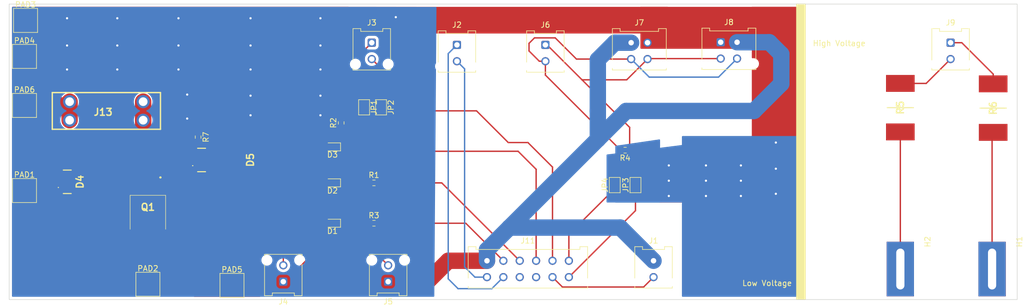
<source format=kicad_pcb>
(kicad_pcb (version 20211014) (generator pcbnew)
  (layers (0 "F.Cu" signal) (31 "B.Cu" signal) (34 "B.Paste" user) (35 "F.Paste" user) (36 "B.SilkS" user "B.Silkscreen") (37 "F.SilkS" user "F.Silkscreen") (38 "B.Mask" user) (39 "F.Mask" user) (44 "Edge.Cuts" user))
  (net 0 "")
  (net 1 "24V")
  (net 2 "Shutdown_IN")
  (net 3 "Shutdown_OUT")
  (net 4 "Shutdown_CON")
  (net 5 "Prox")
  (net 6 "Pilot")
  (net 7 "IMD_LO")
  (net 8 "AMS_LO")
  (net 9 "CAN H")
  (net 10 "CAN L")
  (net 11 "GND")
  (net 12 "Net-(D3-Pad1)")
  (net 13 "Prox_OUT")
  (net 14 "Pilot_OUT")
  (net 15 "CAN H Bridge")
  (net 16 "CAN L Bridge")
  (net 17 "AMS")
  (net 18 "IMD")
  (net 19 "Net-(J9-Pad2)")
  (net 20 "Net-(J9-Pad1)")
  (net 21 "12V_Charge")
  (net 24 "Net-(H1-Pad1)")
  (net 25 "Net-(H2-Pad1)")
  (net 26 "Fuse_M_D")
  (net 27 "D_to_M")
  (net 28 "D_to_D")
  (net 29 "Moss_D_O")
  (footprint "SamacSys_Parts:RESC11050X120N" (layer "F.Cu") (at 216.4 76.8 90)
    (fp_text reference "R5" (at 0 0 90) (layer "F.SilkS") (effects (font (size 1.27 1.27) (thickness 0.254))))
    (fp_text value "15K" hide)
    (fp_line (start 0 -2.4) (end 0 2.4) (layer "F.SilkS") (width 0.2))
    (pad "1" smd rect (at -4.45 0 90) (size 3.1 5.25) (layers "F.Cu" "F.Paste" "F.Mask") (net 25 "Net-(H2-Pad1)"))
    (pad "2" smd rect (at 4.45 0 90) (size 3.1 5.25) (layers "F.Cu" "F.Paste" "F.Mask") (net 19 "Net-(J9-Pad2)"))
  )
  (footprint "LED_SMD:LED_0603_1608Metric" (layer "F.Cu") (at 112.4 98 180)
    (fp_text reference "D1" (at 0 -1.43 180) (layer "F.SilkS"))
    (fp_text value "IMD")
    (fp_line (start 0.8 -0.735) (end -1.485 -0.735) (layer "F.SilkS") (width 0.12))
    (fp_line (start -1.485 0.735) (end 0.8 0.735) (layer "F.SilkS") (width 0.12))
    (fp_line (start -1.485 -0.735) (end -1.485 0.735) (layer "F.SilkS") (width 0.12))
    (pad "1" smd roundrect (at -0.7875 0 180) (size 0.875 0.95) (layers "F.Cu" "F.Paste" "F.Mask") (net 8 "AMS_LO"))
    (pad "2" smd roundrect (at 0.7875 0 180) (size 0.875 0.95) (layers "F.Cu" "F.Paste" "F.Mask") (net 1 "24V"))
  )
  (footprint "Connector_Molex:Molex_Micro-Fit_3.0_43045-0212_2x01_P3.00mm_Vertical" (layer "F.Cu") (at 135.2 65.285)
    (fp_text reference "J2" (at 0 -3.67) (layer "F.SilkS"))
    (fp_text value "E-Stop")
    (fp_line (start -3.435 -2.58) (end -2.015 -2.58) (layer "F.SilkS") (width 0.12))
    (fp_line (start -3.435 5.01) (end 3.435 5.01) (layer "F.SilkS") (width 0.12))
    (fp_line (start 2.015 -2.08) (end 2.015 -2.58) (layer "F.SilkS") (width 0.12))
    (fp_line (start -3.435 3.18) (end -3.435 -2.58) (layer "F.SilkS") (width 0.12))
    (fp_line (start 3.435 5.01) (end 3.435 4.7) (layer "F.SilkS") (width 0.12))
    (fp_line (start -2.015 -2.08) (end 2.015 -2.08) (layer "F.SilkS") (width 0.12))
    (fp_line (start -2.015 -2.58) (end -2.015 -2.08) (layer "F.SilkS") (width 0.12))
    (fp_line (start -3.435 4.7) (end -3.435 5.01) (layer "F.SilkS") (width 0.12))
    (fp_line (start 3.435 -2.58) (end 3.435 3.18) (layer "F.SilkS") (width 0.12))
    (fp_line (start 2.015 -2.58) (end 3.435 -2.58) (layer "F.SilkS") (width 0.12))
    (pad "" np_thru_hole circle (at -3 3.94) (size 1 1) (drill 1) (layers *.Cu *.Mask))
    (pad "" np_thru_hole circle (at 3 3.94) (size 1 1) (drill 1) (layers *.Cu *.Mask))
    (pad "1" thru_hole roundrect (at 0 0) (size 1.5 1.5) (drill 1) (layers *.Cu *.Mask) (roundrect_rratio 0.166667) (net 3 "Shutdown_OUT"))
    (pad "2" thru_hole circle (at 0 3) (size 1.5 1.5) (drill 1) (layers *.Cu *.Mask) (net 4 "Shutdown_CON"))
  )
  (footprint "Jumper:SolderJumper-2_P1.3mm_Open_Pad1.0x1.5mm" (layer "F.Cu") (at 121.3 76.735 -90)
    (fp_text reference "JP2" (at 0 -1.8 90) (layer "F.SilkS"))
    (fp_text value "Pilot Bridge")
    (fp_line (start 1.4 1) (end -1.4 1) (layer "F.SilkS") (width 0.12))
    (fp_line (start 1.4 -1) (end 1.4 1) (layer "F.SilkS") (width 0.12))
    (fp_line (start -1.4 1) (end -1.4 -1) (layer "F.SilkS") (width 0.12))
    (fp_line (start -1.4 -1) (end 1.4 -1) (layer "F.SilkS") (width 0.12))
    (pad "1" smd rect (at -0.65 0 270) (size 1 1.5) (layers "F.Cu" "F.Mask") (net 6 "Pilot"))
    (pad "2" smd rect (at 0.65 0 270) (size 1 1.5) (layers "F.Cu" "F.Mask") (net 14 "Pilot_OUT"))
  )
  (footprint "Connector_Molex:Molex_Micro-Fit_3.0_43045-0412_2x02_P3.00mm_Vertical" (layer "F.Cu") (at 167.1 64.885)
    (fp_text reference "J7" (at 1.5 -3.67) (layer "F.SilkS"))
    (fp_text value "CAN_Expansion1")
    (fp_line (start 6.435 -2.58) (end 6.435 3.18) (layer "F.SilkS") (width 0.12))
    (fp_line (start -3.435 3.18) (end -3.435 -2.58) (layer "F.SilkS") (width 0.12))
    (fp_line (start 5.015 -2.58) (end 6.435 -2.58) (layer "F.SilkS") (width 0.12))
    (fp_line (start -3.435 -2.58) (end -2.015 -2.58) (layer "F.SilkS") (width 0.12))
    (fp_line (start -3.435 5.01) (end 6.435 5.01) (layer "F.SilkS") (width 0.12))
    (fp_line (start 5.015 -2.08) (end 5.015 -2.58) (layer "F.SilkS") (width 0.12))
    (fp_line (start -2.015 -2.58) (end -2.015 -2.08) (layer "F.SilkS") (width 0.12))
    (fp_line (start 6.435 5.01) (end 6.435 4.7) (layer "F.SilkS") (width 0.12))
    (fp_line (start -3.435 4.7) (end -3.435 5.01) (layer "F.SilkS") (width 0.12))
    (fp_line (start -2.015 -2.08) (end 5.015 -2.08) (layer "F.SilkS") (width 0.12))
    (pad "" np_thru_hole circle (at -3 3.94) (size 1 1) (drill 1) (layers *.Cu *.Mask))
    (pad "" np_thru_hole circle (at 6 3.94) (size 1 1) (drill 1) (layers *.Cu *.Mask))
    (pad "1" thru_hole roundrect (at 0 0) (size 1.5 1.5) (drill 1) (layers *.Cu *.Mask) (roundrect_rratio 0.166667) (net 1 "24V"))
    (pad "2" thru_hole circle (at 3 0) (size 1.5 1.5) (drill 1) (layers *.Cu *.Mask) (net 11 "GND"))
    (pad "3" thru_hole circle (at 0 3) (size 1.5 1.5) (drill 1) (layers *.Cu *.Mask) (net 10 "CAN L"))
    (pad "4" thru_hole circle (at 3 3) (size 1.5 1.5) (drill 1) (layers *.Cu *.Mask) (net 9 "CAN H"))
  )
  (footprint "Connector_Molex:Molex_Micro-Fit_3.0_43045-0212_2x01_P3.00mm_Vertical" (layer "F.Cu") (at 103.4 108.715 180)
    (fp_text reference "J4" (at 0 -3.67) (layer "F.SilkS"))
    (fp_text value "IMD Indicator")
    (fp_line (start 2.015 -2.08) (end 2.015 -2.58) (layer "F.SilkS") (width 0.12))
    (fp_line (start -3.435 3.18) (end -3.435 -2.58) (layer "F.SilkS") (width 0.12))
    (fp_line (start -3.435 4.7) (end -3.435 5.01) (layer "F.SilkS") (width 0.12))
    (fp_line (start -3.435 5.01) (end 3.435 5.01) (layer "F.SilkS") (width 0.12))
    (fp_line (start 2.015 -2.58) (end 3.435 -2.58) (layer "F.SilkS") (width 0.12))
    (fp_line (start -2.015 -2.08) (end 2.015 -2.08) (layer "F.SilkS") (width 0.12))
    (fp_line (start -2.015 -2.58) (end -2.015 -2.08) (layer "F.SilkS") (width 0.12))
    (fp_line (start 3.435 -2.58) (end 3.435 3.18) (layer "F.SilkS") (width 0.12))
    (fp_line (start -3.435 -2.58) (end -2.015 -2.58) (layer "F.SilkS") (width 0.12))
    (fp_line (start 3.435 5.01) (end 3.435 4.7) (layer "F.SilkS") (width 0.12))
    (pad "" np_thru_hole circle (at -3 3.94 180) (size 1 1) (drill 1) (layers *.Cu *.Mask))
    (pad "" np_thru_hole circle (at 3 3.94 180) (size 1 1) (drill 1) (layers *.Cu *.Mask))
    (pad "1" thru_hole roundrect (at 0 0 180) (size 1.5 1.5) (drill 1) (layers *.Cu *.Mask) (roundrect_rratio 0.166667) (net 1 "24V"))
    (pad "2" thru_hole circle (at 0 3 180) (size 1.5 1.5) (drill 1) (layers *.Cu *.Mask) (net 7 "IMD_LO"))
  )
  (footprint "Connector_Molex:Molex_Micro-Fit_3.0_43045-0212_2x01_P3.00mm_Vertical" (layer "F.Cu") (at 171.2 104.885)
    (fp_text reference "J1" (at 0 -3.67) (layer "F.SilkS"))
    (fp_text value "HVIL")
    (fp_line (start -3.435 -2.58) (end -2.015 -2.58) (layer "F.SilkS") (width 0.12))
    (fp_line (start -3.435 4.7) (end -3.435 5.01) (layer "F.SilkS") (width 0.12))
    (fp_line (start 3.435 -2.58) (end 3.435 3.18) (layer "F.SilkS") (width 0.12))
    (fp_line (start 2.015 -2.58) (end 3.435 -2.58) (layer "F.SilkS") (width 0.12))
    (fp_line (start -2.015 -2.58) (end -2.015 -2.08) (layer "F.SilkS") (width 0.12))
    (fp_line (start -3.435 3.18) (end -3.435 -2.58) (layer "F.SilkS") (width 0.12))
    (fp_line (start 3.435 5.01) (end 3.435 4.7) (layer "F.SilkS") (width 0.12))
    (fp_line (start -3.435 5.01) (end 3.435 5.01) (layer "F.SilkS") (width 0.12))
    (fp_line (start -2.015 -2.08) (end 2.015 -2.08) (layer "F.SilkS") (width 0.12))
    (fp_line (start 2.015 -2.08) (end 2.015 -2.58) (layer "F.SilkS") (width 0.12))
    (pad "" np_thru_hole circle (at -3 3.94) (size 1 1) (drill 1) (layers *.Cu *.Mask))
    (pad "" np_thru_hole circle (at 3 3.94) (size 1 1) (drill 1) (layers *.Cu *.Mask))
    (pad "1" thru_hole roundrect (at 0 0) (size 1.5 1.5) (drill 1) (layers *.Cu *.Mask) (roundrect_rratio 0.166667) (net 1 "24V"))
    (pad "2" thru_hole circle (at 0 3) (size 1.5 1.5) (drill 1) (layers *.Cu *.Mask) (net 2 "Shutdown_IN"))
  )
  (footprint "Custom:Banana_Jack" (layer "F.Cu") (at 233.2 106.4 90)
    (fp_text reference "H1" (at 5 5 90 unlocked) (layer "F.SilkS"))
    (fp_text value "HV Rail")
    (pad "1" thru_hole rect (at 0 0 90) (size 10 5) (drill oval 7.5 1.5) (layers *.Cu *.Mask) (net 24 "Net-(H1-Pad1)"))
  )
  (footprint "LED_SMD:LED_0603_1608Metric" (layer "F.Cu") (at 112.4 84 180)
    (fp_text reference "D3" (at 0 -1.43 180) (layer "F.SilkS"))
    (fp_text value "PWR LED")
    (fp_line (start -1.485 0.735) (end 0.8 0.735) (layer "F.SilkS") (width 0.12))
    (fp_line (start 0.8 -0.735) (end -1.485 -0.735) (layer "F.SilkS") (width 0.12))
    (fp_line (start -1.485 -0.735) (end -1.485 0.735) (layer "F.SilkS") (width 0.12))
    (pad "1" smd roundrect (at -0.7875 0 180) (size 0.875 0.95) (layers "F.Cu" "F.Paste" "F.Mask") (net 12 "Net-(D3-Pad1)"))
    (pad "2" smd roundrect (at 0.7875 0 180) (size 0.875 0.95) (layers "F.Cu" "F.Paste" "F.Mask") (net 1 "24V"))
  )
  (footprint "SamacSys_Parts:BTS3035TFATMA1" (layer "F.Cu") (at 78.6 100.6 180)
    (fp_text reference "Q1" (at 0 5.55) (layer "F.SilkS") (effects (font (size 1.27 1.27) (thickness 0.254))))
    (fp_text value "Q_PMOS_SGD" hide)
    (fp_line (start 3.25 7.72) (end 3.25 1.5) (layer "F.SilkS") (width 0.1))
    (fp_line (start -3.25 1.5) (end -3.25 7.72) (layer "F.SilkS") (width 0.1))
    (fp_line (start -2.4 11) (end -2.4 11) (layer "F.SilkS") (width 0.2))
    (fp_line (start -3.25 7.72) (end 3.25 7.72) (layer "F.SilkS") (width 0.1))
    (fp_line (start -2.2 11) (end -2.2 11) (layer "F.SilkS") (width 0.2))
    (fp_arc (start -2.4 11) (mid -2.3 10.9) (end -2.2 11) (layer "F.SilkS") (width 0.2))
    (fp_arc (start -2.2 11) (mid -2.3 11.1) (end -2.4 11) (layer "F.SilkS") (width 0.2))
    (pad "1" smd rect locked (at -2.28 9.5 180) (size 1.2 2.2) (layers "F.Cu" "F.Paste" "F.Mask") (net 26 "Fuse_M_D"))
    (pad "2" smd rect locked (at 0 3.2 180) (size 5.8 6.4) (layers "F.Cu" "F.Paste" "F.Mask") (net 29 "Moss_D_O"))
    (pad "3" smd rect locked (at 2.28 9.5 180) (size 1.2 2.2) (layers "F.Cu" "F.Paste" "F.Mask") (net 27 "D_to_M"))
  )
  (footprint "SamacSys_Parts:RESC11050X120N" (layer "F.Cu") (at 233.4 76.885 90)
    (fp_text reference "R6" (at 0 0 90) (layer "F.SilkS") (effects (font (size 1.27 1.27) (thickness 0.254))))
    (fp_text value "15K" hide)
    (fp_line (start 0 -2.4) (end 0 2.4) (layer "F.SilkS") (width 0.2))
    (pad "1" smd rect (at -4.45 0 90) (size 3.1 5.25) (layers "F.Cu" "F.Paste" "F.Mask") (net 24 "Net-(H1-Pad1)"))
    (pad "2" smd rect (at 4.45 0 90) (size 3.1 5.25) (layers "F.Cu" "F.Paste" "F.Mask") (net 20 "Net-(J9-Pad1)"))
  )
  (footprint "Connector_Molex:Molex_Micro-Fit_3.0_43045-0212_2x01_P3.00mm_Vertical" (layer "F.Cu") (at 122.6 108.715 180)
    (fp_text reference "J5" (at 0 -3.67) (layer "F.SilkS"))
    (fp_text value "AMS Indicator")
    (fp_line (start -3.435 -2.58) (end -2.015 -2.58) (layer "F.SilkS") (width 0.12))
    (fp_line (start 3.435 -2.58) (end 3.435 3.18) (layer "F.SilkS") (width 0.12))
    (fp_line (start -3.435 4.7) (end -3.435 5.01) (layer "F.SilkS") (width 0.12))
    (fp_line (start 2.015 -2.58) (end 3.435 -2.58) (layer "F.SilkS") (width 0.12))
    (fp_line (start 2.015 -2.08) (end 2.015 -2.58) (layer "F.SilkS") (width 0.12))
    (fp_line (start -3.435 5.01) (end 3.435 5.01) (layer "F.SilkS") (width 0.12))
    (fp_line (start -2.015 -2.58) (end -2.015 -2.08) (layer "F.SilkS") (width 0.12))
    (fp_line (start -2.015 -2.08) (end 2.015 -2.08) (layer "F.SilkS") (width 0.12))
    (fp_line (start -3.435 3.18) (end -3.435 -2.58) (layer "F.SilkS") (width 0.12))
    (fp_line (start 3.435 5.01) (end 3.435 4.7) (layer "F.SilkS") (width 0.12))
    (pad "" np_thru_hole circle (at 3 3.94 180) (size 1 1) (drill 1) (layers *.Cu *.Mask))
    (pad "" np_thru_hole circle (at -3 3.94 180) (size 1 1) (drill 1) (layers *.Cu *.Mask))
    (pad "1" thru_hole roundrect (at 0 0 180) (size 1.5 1.5) (drill 1) (layers *.Cu *.Mask) (roundrect_rratio 0.166667) (net 1 "24V"))
    (pad "2" thru_hole circle (at 0 3 180) (size 1.5 1.5) (drill 1) (layers *.Cu *.Mask) (net 8 "AMS_LO"))
  )
  (footprint "TestPoint:TestPoint_Pad_4.0x4.0mm" (layer "F.Cu") (at 56.2 60.8)
    (fp_text reference "PAD3" (at 0 -2.898) (layer "F.SilkS"))
    (fp_text value "GND")
    (fp_line (start -2.2 -2.2) (end 2.2 -2.2) (layer "F.SilkS") (width 0.12))
    (fp_line (start -2.2 2.2) (end -2.2 -2.2) (layer "F.SilkS") (width 0.12))
    (fp_line (start 2.2 2.2) (end -2.2 2.2) (layer "F.SilkS") (width 0.12))
    (fp_line (start 2.2 -2.2) (end 2.2 2.2) (layer "F.SilkS") (width 0.12))
    (pad "1" smd rect (at 0 0) (size 4 4) (layers "F.Cu" "F.Mask") (net 11 "GND"))
  )
  (footprint "Resistor_SMD:R_0603_1608Metric" (layer "F.Cu") (at 120 98)
    (fp_text reference "R3" (at 0 -1.43) (layer "F.SilkS"))
    (fp_text value "IMD")
    (fp_line (start -0.237258 0.5225) (end 0.237258 0.5225) (layer "F.SilkS") (width 0.12))
    (fp_line (start -0.237258 -0.5225) (end 0.237258 -0.5225) (layer "F.SilkS") (width 0.12))
    (pad "1" smd roundrect (at -0.825 0) (size 0.8 0.95) (layers "F.Cu" "F.Paste" "F.Mask") (net 8 "AMS_LO"))
    (pad "2" smd roundrect (at 0.825 0) (size 0.8 0.95) (layers "F.Cu" "F.Paste" "F.Mask") (net 18 "IMD"))
  )
  (footprint "Custom:Banana_Jack" (layer "F.Cu") (at 216.4 106.4 90)
    (fp_text reference "H2" (at 5 5 90 unlocked) (layer "F.SilkS"))
    (fp_text value "Ground")
    (pad "1" thru_hole rect (at 0 0 90) (size 10 5) (drill oval 7.5 1.5) (layers *.Cu *.Mask) (net 25 "Net-(H2-Pad1)"))
  )
  (footprint "Connector_Molex:Molex_Micro-Fit_3.0_43045-0412_2x02_P3.00mm_Vertical" (layer "F.Cu") (at 183.5 64.8)
    (fp_text reference "J8" (at 1.5 -3.67) (layer "F.SilkS"))
    (fp_text value "CAN_Expansion2")
    (fp_line (start -3.435 5.01) (end 6.435 5.01) (layer "F.SilkS") (width 0.12))
    (fp_line (start -2.015 -2.08) (end 5.015 -2.08) (layer "F.SilkS") (width 0.12))
    (fp_line (start 6.435 -2.58) (end 6.435 3.18) (layer "F.SilkS") (width 0.12))
    (fp_line (start -2.015 -2.58) (end -2.015 -2.08) (layer "F.SilkS") (width 0.12))
    (fp_line (start -3.435 3.18) (end -3.435 -2.58) (layer "F.SilkS") (width 0.12))
    (fp_line (start -3.435 -2.58) (end -2.015 -2.58) (layer "F.SilkS") (width 0.12))
    (fp_line (start -3.435 4.7) (end -3.435 5.01) (layer "F.SilkS") (width 0.12))
    (fp_line (start 5.015 -2.08) (end 5.015 -2.58) (layer "F.SilkS") (width 0.12))
    (fp_line (start 5.015 -2.58) (end 6.435 -2.58) (layer "F.SilkS") (width 0.12))
    (fp_line (start 6.435 5.01) (end 6.435 4.7) (layer "F.SilkS") (width 0.12))
    (pad "" np_thru_hole circle (at 6 3.94) (size 1 1) (drill 1) (layers *.Cu *.Mask))
    (pad "" np_thru_hole circle (at -3 3.94) (size 1 1) (drill 1) (layers *.Cu *.Mask))
    (pad "1" thru_hole roundrect (at 0 0) (size 1.5 1.5) (drill 1) (layers *.Cu *.Mask) (roundrect_rratio 0.166667) (net 11 "GND"))
    (pad "2" thru_hole circle (at 3 0) (size 1.5 1.5) (drill 1) (layers *.Cu *.Mask) (net 1 "24V"))
    (pad "3" thru_hole circle (at 0 3) (size 1.5 1.5) (drill 1) (layers *.Cu *.Mask) (net 9 "CAN H"))
    (pad "4" thru_hole circle (at 3 3) (size 1.5 1.5) (drill 1) (layers *.Cu *.Mask) (net 10 "CAN L"))
  )
  (footprint "TestPoint:TestPoint_Pad_4.0x4.0mm" (layer "F.Cu") (at 78.6 109.2)
    (fp_text reference "PAD2" (at 0 -2.898) (layer "F.SilkS"))
    (fp_text value "12V_IN")
    (fp_line (start -2.2 -2.2) (end 2.2 -2.2) (layer "F.SilkS") (width 0.12))
    (fp_line (start 2.2 -2.2) (end 2.2 2.2) (layer "F.SilkS") (width 0.12))
    (fp_line (start 2.2 2.2) (end -2.2 2.2) (layer "F.SilkS") (width 0.12))
    (fp_line (start -2.2 2.2) (end -2.2 -2.2) (layer "F.SilkS") (width 0.12))
    (pad "1" smd rect (at 0 0) (size 4 4) (layers "F.Cu" "F.Mask") (net 29 "Moss_D_O"))
  )
  (footprint "SamacSys_Parts:RBQ10RSM10BTL1" (layer "F.Cu") (at 90.76 86.4 -90)
    (fp_text reference "D5" (at 0 -6.6 90) (layer "F.SilkS") (effects (font (size 1.27 1.27) (thickness 0.254))))
    (fp_text value "D_Schottky" hide)
    (fp_line (start 1.04 4) (end 1.04 4) (layer "F.SilkS") (width 0.1))
    (fp_line (start 1.04 3.9) (end 1.04 3.9) (layer "F.SilkS") (width 0.1))
    (fp_line (start -2.15 1.6) (end -2.15 3.05) (layer "F.SilkS") (width 0.2))
    (fp_line (start 2.15 1.6) (end 2.15 3.05) (layer "F.SilkS") (width 0.2))
    (fp_arc (start 1.04 4) (mid 0.99 3.95) (end 1.04 3.9) (layer "F.SilkS") (width 0.1))
    (fp_arc (start 1.04 3.9) (mid 1.09 3.95) (end 1.04 4) (layer "F.SilkS") (width 0.1))
    (pad "1" smd rect (at 1.04 2.765) (size 1.27 1.4) (layers "F.Cu" "F.Paste" "F.Mask") (net 26 "Fuse_M_D"))
    (pad "2" smd rect (at -1.04 2.765) (size 1.27 1.4) (layers "F.Cu" "F.Paste" "F.Mask") (net 26 "Fuse_M_D"))
    (pad "3" smd rect (at 0 -1.04) (size 4.72 4.8) (layers "F.Cu" "F.Paste" "F.Mask") (net 29 "Moss_D_O"))
  )
  (footprint "Connector_Molex:Molex_Micro-Fit_3.0_43045-0212_2x01_P3.00mm_Vertical" (layer "F.Cu") (at 225.6 64.885)
    (fp_text reference "J9" (at 0 -3.67) (layer "F.SilkS"))
    (fp_text value "DC Input")
    (fp_line (start 2.015 -2.58) (end 3.435 -2.58) (layer "F.SilkS") (width 0.12))
    (fp_line (start 3.435 -2.58) (end 3.435 3.18) (layer "F.SilkS") (width 0.12))
    (fp_line (start -3.435 4.7) (end -3.435 5.01) (layer "F.SilkS") (width 0.12))
    (fp_line (start -2.015 -2.58) (end -2.015 -2.08) (layer "F.SilkS") (width 0.12))
    (fp_line (start 3.435 5.01) (end 3.435 4.7) (layer "F.SilkS") (width 0.12))
    (fp_line (start -3.435 -2.58) (end -2.015 -2.58) (layer "F.SilkS") (width 0.12))
    (fp_line (start 2.015 -2.08) (end 2.015 -2.58) (layer "F.SilkS") (width 0.12))
    (fp_line (start -3.435 5.01) (end 3.435 5.01) (layer "F.SilkS") (width 0.12))
    (fp_line (start -2.015 -2.08) (end 2.015 -2.08) (layer "F.SilkS") (width 0.12))
    (fp_line (start -3.435 3.18) (end -3.435 -2.58) (layer "F.SilkS") (width 0.12))
    (pad "" np_thru_hole circle (at -3 3.94) (size 1 1) (drill 1) (layers *.Cu *.Mask))
    (pad "" np_thru_hole circle (at 3 3.94) (size 1 1) (drill 1) (layers *.Cu *.Mask))
    (pad "1" thru_hole roundrect (at 0 0) (size 1.5 1.5) (drill 1) (layers *.Cu *.Mask) (roundrect_rratio 0.166667) (net 20 "Net-(J9-Pad1)"))
    (pad "2" thru_hole circle (at 0 3) (size 1.5 1.5) (drill 1) (layers *.Cu *.Mask) (net 19 "Net-(J9-Pad2)"))
  )
  (footprint "Resistor_SMD:R_0603_1608Metric" (layer "F.Cu") (at 120 90.6)
    (fp_text reference "R1" (at 0 -1.43) (layer "F.SilkS"))
    (fp_text value "AMS")
    (fp_line (start -0.237258 -0.5225) (end 0.237258 -0.5225) (layer "F.SilkS") (width 0.12))
    (fp_line (start -0.237258 0.5225) (end 0.237258 0.5225) (layer "F.SilkS") (width 0.12))
    (pad "1" smd roundrect (at -0.825 0) (size 0.8 0.95) (layers "F.Cu" "F.Paste" "F.Mask") (net 7 "IMD_LO"))
    (pad "2" smd roundrect (at 0.825 0) (size 0.8 0.95) (layers "F.Cu" "F.Paste" "F.Mask") (net 17 "AMS"))
  )
  (footprint "Resistor_SMD:R_0603_1608Metric" (layer "F.Cu") (at 87.8 82.2 -90)
    (fp_text reference "R7" (at 0 -1.43 90) (layer "F.SilkS"))
    (fp_text value "100k")
    (fp_line (start -0.237258 -0.5225) (end 0.237258 -0.5225) (layer "F.SilkS") (width 0.12))
    (fp_line (start -0.237258 0.5225) (end 0.237258 0.5225) (layer "F.SilkS") (width 0.12))
    (pad "1" smd roundrect (at -0.825 0 270) (size 0.8 0.95) (layers "F.Cu" "F.Paste" "F.Mask") (net 11 "GND"))
    (pad "2" smd roundrect (at 0.825 0 270) (size 0.8 0.95) (layers "F.Cu" "F.Paste" "F.Mask") (net 26 "Fuse_M_D"))
  )
  (footprint "TestPoint:TestPoint_Pad_4.0x4.0mm" (layer "F.Cu") (at 56 92)
    (fp_text reference "PAD1" (at 0 -2.898) (layer "F.SilkS"))
    (fp_text value "12V_Dakota")
    (fp_line (start 2.2 -2.2) (end 2.2 2.2) (layer "F.SilkS") (width 0.12))
    (fp_line (start -2.2 2.2) (end -2.2 -2.2) (layer "F.SilkS") (width 0.12))
    (fp_line (start -2.2 -2.2) (end 2.2 -2.2) (layer "F.SilkS") (width 0.12))
    (fp_line (start 2.2 2.2) (end -2.2 2.2) (layer "F.SilkS") (width 0.12))
    (pad "1" smd rect (at 0 0) (size 4 4) (layers "F.Cu" "F.Mask") (net 28 "D_to_D"))
  )
  (footprint "Jumper:SolderJumper-2_P1.3mm_Open_Pad1.0x1.5mm" (layer "F.Cu") (at 164.1 91 90)
    (fp_text reference "JP4" (at 0 -1.8 90) (layer "F.SilkS"))
    (fp_text value "CANL Bridge")
    (fp_line (start -1.4 -1) (end 1.4 -1) (layer "F.SilkS") (width 0.12))
    (fp_line (start 1.4 -1) (end 1.4 1) (layer "F.SilkS") (width 0.12))
    (fp_line (start -1.4 1) (end -1.4 -1) (layer "F.SilkS") (width 0.12))
    (fp_line (start 1.4 1) (end -1.4 1) (layer "F.SilkS") (width 0.12))
    (pad "1" smd rect (at -0.65 0 90) (size 1 1.5) (layers "F.Cu" "F.Mask") (net 16 "CAN L Bridge"))
    (pad "2" smd rect (at 0.65 0 90) (size 1 1.5) (layers "F.Cu" "F.Mask") (net 10 "CAN L"))
  )
  (footprint "TestPoint:TestPoint_Pad_4.0x4.0mm" (layer "F.Cu") (at 56 76.4)
    (fp_text reference "PAD6" (at 0 -2.898) (layer "F.SilkS"))
    (fp_text value "12V_Charge")
    (fp_line (start 2.2 -2.2) (end 2.2 2.2) (layer "F.SilkS") (width 0.12))
    (fp_line (start -2.2 2.2) (end -2.2 -2.2) (layer "F.SilkS") (width 0.12))
    (fp_line (start -2.2 -2.2) (end 2.2 -2.2) (layer "F.SilkS") (width 0.12))
    (fp_line (start 2.2 2.2) (end -2.2 2.2) (layer "F.SilkS") (width 0.12))
    (pad "1" smd rect (at 0 0) (size 4 4) (layers "F.Cu" "F.Mask") (net 21 "12V_Charge"))
  )
  (footprint "TestPoint:TestPoint_Pad_4.0x4.0mm" (layer "F.Cu") (at 56 67.4)
    (fp_text reference "PAD4" (at 0 -2.898) (layer "F.SilkS"))
    (fp_text value "GND")
    (fp_line (start 2.2 -2.2) (end 2.2 2.2) (layer "F.SilkS") (width 0.12))
    (fp_line (start -2.2 -2.2) (end 2.2 -2.2) (layer "F.SilkS") (width 0.12))
    (fp_line (start -2.2 2.2) (end -2.2 -2.2) (layer "F.SilkS") (width 0.12))
    (fp_line (start 2.2 2.2) (end -2.2 2.2) (layer "F.SilkS") (width 0.12))
    (pad "1" smd rect (at 0 0) (size 4 4) (layers "F.Cu" "F.Mask") (net 11 "GND"))
  )
  (footprint "Resistor_SMD:R_0603_1608Metric" (layer "F.Cu") (at 166 84.6 180)
    (fp_text reference "R4" (at 0 -1.43 180) (layer "F.SilkS"))
    (fp_text value "120")
    (fp_line (start -0.237258 -0.5225) (end 0.237258 -0.5225) (layer "F.SilkS") (width 0.12))
    (fp_line (start -0.237258 0.5225) (end 0.237258 0.5225) (layer "F.SilkS") (width 0.12))
    (pad "1" smd roundrect (at -0.825 0 180) (size 0.8 0.95) (layers "F.Cu" "F.Paste" "F.Mask") (net 9 "CAN H"))
    (pad "2" smd roundrect (at 0.825 0 180) (size 0.8 0.95) (layers "F.Cu" "F.Paste" "F.Mask") (net 10 "CAN L"))
  )
  (footprint "Jumper:SolderJumper-2_P1.3mm_Open_Pad1.0x1.5mm" (layer "F.Cu") (at 118.2 76.735 -90)
    (fp_text reference "JP1" (at 0 -1.8 90) (layer "F.SilkS"))
    (fp_text value "Prox Bridge")
    (fp_line (start 1.4 -1) (end 1.4 1) (layer "F.SilkS") (width 0.12))
    (fp_line (start -1.4 -1) (end 1.4 -1) (layer "F.SilkS") (width 0.12))
    (fp_line (start 1.4 1) (end -1.4 1) (layer "F.SilkS") (width 0.12))
    (fp_line (start -1.4 1) (end -1.4 -1) (layer "F.SilkS") (width 0.12))
    (pad "1" smd rect (at -0.65 0 270) (size 1 1.5) (layers "F.Cu" "F.Mask") (net 5 "Prox"))
    (pad "2" smd rect (at 0.65 0 270) (size 1 1.5) (layers "F.Cu" "F.Mask") (net 13 "Prox_OUT"))
  )
  (footprint "TestPoint:TestPoint_Pad_4.0x4.0mm" (layer "F.Cu") (at 94 109.4)
    (fp_text reference "PAD5" (at 0 -2.898) (layer "F.SilkS"))
    (fp_text value "24V_OUT")
    (fp_line (start -2.2 -2.2) (end 2.2 -2.2) (layer "F.SilkS") (width 0.12))
    (fp_line (start -2.2 2.2) (end -2.2 -2.2) (layer "F.SilkS") (width 0.12))
    (fp_line (start 2.2 2.2) (end -2.2 2.2) (layer "F.SilkS") (width 0.12))
    (fp_line (start 2.2 -2.2) (end 2.2 2.2) (layer "F.SilkS") (width 0.12))
    (pad "1" smd rect (at 0 0) (size 4 4) (layers "F.Cu" "F.Mask") (net 1 "24V"))
  )
  (footprint "Connector_Molex:Molex_Micro-Fit_3.0_43045-0212_2x01_P3.00mm_Vertical" (layer "F.Cu") (at 119.6 64.885)
    (fp_text reference "J3" (at 0 -3.67) (layer "F.SilkS"))
    (fp_text value "PP Connector")
    (fp_line (start -2.015 -2.58) (end -2.015 -2.08) (layer "F.SilkS") (width 0.12))
    (fp_line (start -3.435 -2.58) (end -2.015 -2.58) (layer "F.SilkS") (width 0.12))
    (fp_line (start -3.435 3.18) (end -3.435 -2.58) (layer "F.SilkS") (width 0.12))
    (fp_line (start 3.435 -2.58) (end 3.435 3.18) (layer "F.SilkS") (width 0.12))
    (fp_line (start -3.435 5.01) (end 3.435 5.01) (layer "F.SilkS") (width 0.12))
    (fp_line (start 2.015 -2.58) (end 3.435 -2.58) (layer "F.SilkS") (width 0.12))
    (fp_line (start 2.015 -2.08) (end 2.015 -2.58) (layer "F.SilkS") (width 0.12))
    (fp_line (start 3.435 5.01) (end 3.435 4.7) (layer "F.SilkS") (width 0.12))
    (fp_line (start -2.015 -2.08) (end 2.015 -2.08) (layer "F.SilkS") (width 0.12))
    (fp_line (start -3.435 4.7) (end -3.435 5.01) (layer "F.SilkS") (width 0.12))
    (pad "" np_thru_hole circle (at 3 3.94) (size 1 1) (drill 1) (layers *.Cu *.Mask))
    (pad "" np_thru_hole circle (at -3 3.94) (size 1 1) (drill 1) (layers *.Cu *.Mask))
    (pad "1" thru_hole roundrect (at 0 0) (size 1.5 1.5) (drill 1) (layers *.Cu *.Mask) (roundrect_rratio 0.166667) (net 5 "Prox"))
    (pad "2" thru_hole circle (at 0 3) (size 1.5 1.5) (drill 1) (layers *.Cu *.Mask) (net 6 "Pilot"))
  )
  (footprint "LED_SMD:LED_0603_1608Metric" (layer "F.Cu") (at 112.4 90.6 180)
    (fp_text reference "D2" (at 0 -1.43 180) (layer "F.SilkS"))
    (fp_text value "AMS")
    (fp_line (start -1.485 0.735) (end 0.8 0.735) (layer "F.SilkS") (width 0.12))
    (fp_line (start -1.485 -0.735) (end -1.485 0.735) (layer "F.SilkS") (width 0.12))
    (fp_line (start 0.8 -0.735) (end -1.485 -0.735) (layer "F.SilkS") (width 0.12))
    (pad "1" smd roundrect (at -0.7875 0 180) (size 0.875 0.95) (layers "F.Cu" "F.Paste" "F.Mask") (net 7 "IMD_LO"))
    (pad "2" smd roundrect (at 0.7875 0 180) (size 0.875 0.95) (layers "F.Cu" "F.Paste" "F.Mask") (net 1 "24V"))
  )
  (footprint "Connector_Molex:Molex_Micro-Fit_3.0_43045-1212_2x06_P3.00mm_Vertical" (layer "F.Cu") (at 140.7 104.885)
    (fp_text reference "J11" (at 7.5 -3.67) (layer "F.SilkS"))
    (fp_text value "Conn_02x06_Top_Bottom")
    (fp_line (start -2.015 -2.08) (end 17.015 -2.08) (layer "F.SilkS") (width 0.12))
    (fp_line (start -3.435 5.01) (end 18.435 5.01) (layer "F.SilkS") (width 0.12))
    (fp_line (start 17.015 -2.08) (end 17.015 -2.58) (layer "F.SilkS") (width 0.12))
    (fp_line (start -3.435 4.7) (end -3.435 5.01) (layer "F.SilkS") (width 0.12))
    (fp_line (start -2.015 -2.58) (end -2.015 -2.08) (layer "F.SilkS") (width 0.12))
    (fp_line (start 18.435 -2.58) (end 18.435 3.18) (layer "F.SilkS") (width 0.12))
    (fp_line (start -3.435 3.18) (end -3.435 -2.58) (layer "F.SilkS") (width 0.12))
    (fp_line (start 17.015 -2.58) (end 18.435 -2.58) (layer "F.SilkS") (width 0.12))
    (fp_line (start -3.435 -2.58) (end -2.015 -2.58) (layer "F.SilkS") (width 0.12))
    (fp_line (start 18.435 5.01) (end 18.435 4.7) (layer "F.SilkS") (width 0.12))
    (pad "" np_thru_hole circle (at -3 3.94) (size 1 1) (drill 1) (layers *.Cu *.Mask))
    (pad "" np_thru_hole circle (at 18 3.94) (size 1 1) (drill 1) (layers *.Cu *.Mask))
    (pad "1" thru_hole roundrect (at 0 0) (size 1.5 1.5) (drill 1) (layers *.Cu *.Mask) (roundrect_rratio 0.166667) (net 1 "24V"))
    (pad "2" thru_hole circle (at 3 0) (size 1.5 1.5) (drill 1) (layers *.Cu *.Mask) (net 18 "IMD"))
    (pad "3" thru_hole circle (at 6 0) (size 1.5 1.5) (drill 1) (layers *.Cu *.Mask) (net 17 "AMS"))
    (pad "4" thru_hole circle (at 9 0) (size 1.5 1.5) (drill 1) (layers *.Cu *.Mask) (net 13 "Prox_OUT"))
    (pad "5" thru_hole circle (at 12 0) (size 1.5 1.5) (drill 1) (layers *.Cu *.Mask) (net 14 "Pilot_OUT"))
    (pad "6" thru_hole circle (at 15 0) (size 1.5 1.5) (drill 1) (layers *.Cu *.Mask) (net 16 "CAN L Bridge"))
    (pad "7" thru_hole circle (at 0 3) (size 1.5 1.5) (drill 1) (layers *.Cu *.Mask) (net 4 "Shutdown_CON"))
    (pad "8" thru_hole circle (at 3 3) (size 1.5 1.5) (drill 1) (layers *.Cu *.Mask) (net 3 "Shutdown_OUT"))
    (pad "9" thru_hole circle (at 6 3) (size 1.5 1.5) (drill 1) (layers *.Cu *.Mask))
    (pad "10" thru_hole circle (at 9 3) (size 1.5 1.5) (drill 1) (layers *.Cu *.Mask))
    (pad "11" thru_hole circle (at 12 3) (size 1.5 1.5) (drill 1) (layers *.Cu *.Mask) (net 2 "Shutdown_IN"))
    (pad "12" thru_hole circle (at 15 3) (size 1.5 1.5) (drill 1) (layers *.Cu *.Mask) (net 15 "CAN H Bridge"))
  )
  (footprint "Connector_Molex:Molex_Micro-Fit_3.0_43045-0212_2x01_P3.00mm_Vertical" (layer "F.Cu") (at 151.4 65.285)
    (fp_text reference "J6" (at 0 -3.67) (layer "F.SilkS"))
    (fp_text value "CAN")
    (fp_line (start -3.435 -2.58) (end -2.015 -2.58) (layer "F.SilkS") (width 0.12))
    (fp_line (start 3.435 -2.58) (end 3.435 3.18) (layer "F.SilkS") (width 0.12))
    (fp_line (start 2.015 -2.58) (end 3.435 -2.58) (layer "F.SilkS") (width 0.12))
    (fp_line (start -3.435 4.7) (end -3.435 5.01) (layer "F.SilkS") (width 0.12))
    (fp_line (start 2.015 -2.08) (end 2.015 -2.58) (layer "F.SilkS") (width 0.12))
    (fp_line (start -2.015 -2.08) (end 2.015 -2.08) (layer "F.SilkS") (width 0.12))
    (fp_line (start -3.435 5.01) (end 3.435 5.01) (layer "F.SilkS") (width 0.12))
    (fp_line (start -3.435 3.18) (end -3.435 -2.58) (layer "F.SilkS") (width 0.12))
    (fp_line (start 3.435 5.01) (end 3.435 4.7) (layer "F.SilkS") (width 0.12))
    (fp_line (start -2.015 -2.58) (end -2.015 -2.08) (layer "F.SilkS") (width 0.12))
    (pad "" np_thru_hole circle (at -3 3.94) (size 1 1) (drill 1) (layers *.Cu *.Mask))
    (pad "" np_thru_hole circle (at 3 3.94) (size 1 1) (drill 1) (layers *.Cu *.Mask))
    (pad "1" thru_hole roundrect (at 0 0) (size 1.5 1.5) (drill 1) (layers *.Cu *.Mask) (roundrect_rratio 0.166667) (net 9 "CAN H"))
    (pad "2" thru_hole circle (at 0 3) (size 1.5 1.5) (drill 1) (layers *.Cu *.Mask) (net 10 "CAN L"))
  )
  (footprint "SamacSys_Parts:RBQ10RSM10BTL1" (layer "F.Cu") (at 66.16 90.4 -90)
    (fp_text reference "D4" (at 0 0.001 90) (layer "F.SilkS") (effects (font (size 1.27 1.27) (thickness 0.254))))
    (fp_text value "D_Schottky" hide)
    (fp_line (start 1.04 3.9) (end 1.04 3.9) (layer "F.SilkS") (width 0.1))
    (fp_line (start -2.15 1.6) (end -2.15 3.05) (layer "F.SilkS") (width 0.2))
    (fp_line (start 1.04 4) (end 1.04 4) (layer "F.SilkS") (width 0.1))
    (fp_line (start 2.15 1.6) (end 2.15 3.05) (layer "F.SilkS") (width 0.2))
    (fp_arc (start 1.04 3.9) (mid 1.09 3.95) (end 1.04 4) (layer "F.SilkS") (width 0.1))
    (fp_arc (start 1.04 4) (mid 0.99 3.95) (end 1.04 3.9) (layer "F.SilkS") (width 0.1))
    (pad "1" smd rect (at 1.04 2.765) (size 1.27 1.4) (layers "F.Cu" "F.Paste" "F.Mask") (net 28 "D_to_D"))
    (pad "2" smd rect (at -1.04 2.765) (size 1.27 1.4) (layers "F.Cu" "F.Paste" "F.Mask") (net 28 "D_to_D"))
    (pad "3" smd rect (at 0 -1.04) (size 4.72 4.8) (layers "F.Cu" "F.Paste" "F.Mask") (net 27 "D_to_M"))
  )
  (footprint "Resistor_SMD:R_0603_1608Metric" (layer "F.Cu") (at 114 79.6 90)
    (fp_text reference "R2" (at 0 -1.43 90) (layer "F.SilkS"))
    (fp_text value "PWR")
    (fp_line (start -0.237258 -0.5225) (end 0.237258 -0.5225) (layer "F.SilkS") (width 0.12))
    (fp_line (start -0.237258 0.5225) (end 0.237258 0.5225) (layer "F.SilkS") (width 0.12))
    (pad "1" smd roundrect (at -0.825 0 90) (size 0.8 0.95) (layers "F.Cu" "F.Paste" "F.Mask") (net 12 "Net-(D3-Pad1)"))
    (pad "2" smd roundrect (at 0.825 0 90) (size 0.8 0.95) (layers "F.Cu" "F.Paste" "F.Mask") (net 11 "GND"))
  )
  (footprint "SamacSys_Parts:3557-2" (layer "F.Cu") (at 71 77.4)
    (fp_text reference "J13" (at -0.597 0.218) (layer "F.SilkS") (effects (font (size 1.27 1.27) (thickness 0.254))))
    (fp_text value "3557-2" hide)
    (fp_line (start 9.905 -3.365) (end -9.905 -3.365) (layer "F.SilkS") (width 0.254))
    (fp_line (start -9.905 3.365) (end 9.905 3.365) (layer "F.SilkS") (width 0.254))
    (fp_line (start 9.905 3.365) (end 9.905 -3.365) (layer "F.SilkS") (width 0.254))
    (fp_line (start -9.905 -3.365) (end -9.905 3.365) (layer "F.SilkS") (width 0.254))
    (pad "1" thru_hole circle locked (at -6.735 -1.7) (size 2.4 2.4) (drill 1.6) (layers *.Cu *.Mask) (net 21 "12V_Charge"))
    (pad "2" thru_hole circle locked (at 6.735 -1.7) (size 2.4 2.4) (drill 1.6) (layers *.Cu *.Mask) (net 26 "Fuse_M_D"))
    (pad "3" thru_hole circle locked (at -6.735 1.7) (size 2.4 2.4) (drill 1.6) (layers *.Cu *.Mask) (net 21 "12V_Charge"))
    (pad "4" thru_hole circle locked (at 6.735 1.7) (size 2.4 2.4) (drill 1.6) (layers *.Cu *.Mask) (net 26 "Fuse_M_D"))
  )
  (footprint "Jumper:SolderJumper-2_P1.3mm_Open_Pad1.0x1.5mm" (layer "F.Cu") (at 167.895 91 90)
    (fp_text reference "JP3" (at 0 -1.8 90) (layer "F.SilkS"))
    (fp_text value "CANH Bridge")
    (fp_line (start 1.4 1) (end -1.4 1) (layer "F.SilkS") (width 0.12))
    (fp_line (start -1.4 -1) (end 1.4 -1) (layer "F.SilkS") (width 0.12))
    (fp_line (start -1.4 1) (end -1.4 -1) (layer "F.SilkS") (width 0.12))
    (fp_line (start 1.4 -1) (end 1.4 1) (layer "F.SilkS") (width 0.12))
    (pad "1" smd rect (at -0.65 0 90) (size 1 1.5) (layers "F.Cu" "F.Mask") (net 15 "CAN H Bridge"))
    (pad "2" smd rect (at 0.65 0 90) (size 1 1.5) (layers "F.Cu" "F.Mask") (net 9 "CAN H"))
  )
  (gr_rect (start 197.4 57.8) (end 199 112) (layer "F.SilkS") (width 0.15) (fill solid))
  (gr_rect (start 53.2 57.8) (end 237.8 112) (layer "Edge.Cuts") (width 0.1) (fill none))
  (gr_text "Low Voltage" (at 192 109) (layer "F.SilkS") (effects (font (size 1 1))))
  (gr_text "High Voltage" (at 205.2 65) (layer "F.SilkS") (effects (font (size 1 1))))
  (segment (start 103.697439 108.715) (end 103.4 108.715) (width 0.25) (layer "F.Cu") (net 1))
  (segment (start 108.4 90.6) (end 111.6125 90.6) (width 0.25) (layer "F.Cu") (net 1))
  (segment (start 122.6 108.715) (end 103.4 108.715) (width 3) (layer "F.Cu") (net 1))
  (segment (start 111.6125 100.799939) (end 103.697439 108.715) (width 0.25) (layer "F.Cu") (net 1))
  (segment (start 103.315 108.8) (end 103.4 108.715) (width 3) (layer "F.Cu") (net 1))
  (segment (start 122.6 108.715) (end 129.785 108.715) (width 3) (layer "F.Cu") (net 1))
  (segment (start 94 109.4) (end 94.6 108.8) (width 3) (layer "F.Cu") (net 1))
  (segment (start 94 109.4) (end 94 105) (width 0.25) (layer "F.Cu") (net 1))
  (segment (start 111.6125 90.6) (end 111.6125 84) (width 0.25) (layer "F.Cu") (net 1))
  (segment (start 94.6 108.8) (end 103.315 108.8) (width 3) (layer "F.Cu") (net 1))
  (segment (start 94 109.4) (end 95.315 108.085) (width 0.25) (layer "F.Cu") (net 1))
  (segment (start 94 105) (end 108.4 90.6) (width 0.25) (layer "F.Cu") (net 1))
  (segment (start 129.785 108.715) (end 133.615 104.885) (width 3) (layer "F.Cu") (net 1))
  (segment (start 133.615 104.885) (end 140.7 104.885) (width 3) (layer "F.Cu") (net 1))
  (segment (start 111.6125 98) (end 111.6125 100.799939) (width 0.25) (layer "F.Cu") (net 1))
  (segment (start 161 82.6) (end 166.2 77.4) (width 3) (layer "B.Cu") (net 1))
  (segment (start 161 68) (end 164.115 64.885) (width 3) (layer "B.Cu") (net 1))
  (segment (start 140.7 104.885) (end 140.7 102.9) (width 3) (layer "B.Cu") (net 1))
  (segment (start 161 77.4) (end 161 68) (width 3) (layer "B.Cu") (net 1))
  (segment (start 161 82.6) (end 144.8 98.8) (width 3) (layer "B.Cu") (net 1))
  (segment (start 161 77.4) (end 162 77.4) (width 0.25) (layer "B.Cu") (net 1))
  (segment (start 144.8 98.8) (end 165.115 98.8) (width 3) (layer "B.Cu") (net 1))
  (segment (start 140.7 102.9) (end 144.8 98.8) (width 3) (layer "B.Cu") (net 1))
  (segment (start 166.2 77.4) (end 189.6 77.4) (width 3) (layer "B.Cu") (net 1))
  (segment (start 194.6 72.4) (end 194.6 67) (width 3) (layer "B.Cu") (net 1))
  (segment (start 164.115 64.885) (end 167.1 64.885) (width 3) (layer "B.Cu") (net 1))
  (segment (start 189.6 77.4) (end 194.6 72.4) (width 3) (layer "B.Cu") (net 1))
  (segment (start 194.6 67) (end 192.4 64.8) (width 3) (layer "B.Cu") (net 1))
  (segment (start 165.115 98.8) (end 171.2 104.885) (width 3) (layer "B.Cu") (net 1))
  (segment (start 192.4 64.8) (end 186.5 64.8) (width 3) (layer "B.Cu") (net 1))
  (segment (start 161 77.4) (end 161 82.6) (width 3) (layer "B.Cu") (net 1))
  (segment (start 152.7 107.885) (end 154.515001 109.700001) (width 0.25) (layer "F.Cu") (net 2))
  (segment (start 169.384999 109.700001) (end 171.2 107.885) (width 0.25) (layer "F.Cu") (net 2))
  (segment (start 154.515001 109.700001) (end 169.384999 109.700001) (width 0.25) (layer "F.Cu") (net 2))
  (segment (start 135.4 110) (end 133.6 108.2) (width 0.25) (layer "B.Cu") (net 3))
  (segment (start 134.915 64.885) (end 135.2 64.885) (width 0.25) (layer "B.Cu") (net 3))
  (segment (start 133.6 66.885) (end 135.2 65.285) (width 0.25) (layer "B.Cu") (net 3))
  (segment (start 133.6 108.2) (end 133.6 66.885) (width 0.25) (layer "B.Cu") (net 3))
  (segment (start 143.7 107.885) (end 141.585 110) (width 0.25) (layer "B.Cu") (net 3))
  (segment (start 141.585 110) (end 135.4 110) (width 0.25) (layer "B.Cu") (net 3))
  (segment (start 136.6 69.685) (end 135.2 68.285) (width 0.25) (layer "B.Cu") (net 4))
  (segment (start 136.6 106) (end 136.6 69.685) (width 0.25) (layer "B.Cu") (net 4))
  (segment (start 138.485 107.885) (end 136.6 106) (width 0.25) (layer "B.Cu") (net 4))
  (segment (start 140.7 107.885) (end 138.485 107.885) (width 0.25) (layer "B.Cu") (net 4))
  (segment (start 118.2 66.285) (end 118.2 76.085) (width 0.25) (layer "F.Cu") (net 5))
  (segment (start 118.2 66.285) (end 119.6 64.885) (width 0.25) (layer "F.Cu") (net 5))
  (segment (start 121.3 69.585) (end 119.6 67.885) (width 0.25) (layer "F.Cu") (net 6))
  (segment (start 121.3 69.585) (end 121.3 76.085) (width 0.25) (layer "F.Cu") (net 6))
  (segment (start 113.1875 90.6) (end 119.175 90.6) (width 0.25) (layer "F.Cu") (net 7))
  (segment (start 113.1875 90.6) (end 103.4 100.3875) (width 0.25) (layer "F.Cu") (net 7))
  (segment (start 103.4 100.3875) (end 103.4 105.715) (width 0.25) (layer "F.Cu") (net 7))
  (segment (start 114.885 98) (end 113.1875 98) (width 0.25) (layer "F.Cu") (net 8))
  (segment (start 122.6 105.715) (end 114.885 98) (width 0.25) (layer "F.Cu") (net 8))
  (segment (start 113.1875 98) (end 119.175 98) (width 0.25) (layer "F.Cu") (net 8))
  (segment (start 166.825 80.412561) (end 166.825 84.6) (width 0.25) (layer "F.Cu") (net 9))
  (segment (start 170.1 67.885) (end 170.185 67.8) (width 0.25) (layer "F.Cu") (net 9))
  (segment (start 166.825 84.6) (end 167.895 85.67) (width 0.25) (layer "F.Cu") (net 9))
  (segment (start 158.106219 71.693781) (end 166.825 80.412561) (width 0.25) (layer "F.Cu") (net 9))
  (segment (start 151.697439 65.285) (end 158.106219 71.693781) (width 0.25) (layer "F.Cu") (net 9))
  (segment (start 170.185 67.8) (end 183.5 67.8) (width 0.25) (layer "F.Cu") (net 9))
  (segment (start 166.291219 71.693781) (end 170.1 67.885) (width 0.25) (layer "F.Cu") (net 9))
  (segment (start 167.895 85.67) (end 167.895 90.35) (width 0.25) (layer "F.Cu") (net 9))
  (segment (start 151.4 65.285) (end 151.697439 65.285) (width 0.25) (layer "F.Cu") (net 9))
  (segment (start 158.106219 71.693781) (end 166.291219 71.693781) (width 0.25) (layer "F.Cu") (net 9))
  (segment (start 165.175 84.6) (end 151.4 70.825) (width 0.25) (layer "F.Cu") (net 10))
  (segment (start 153.2 64) (end 149.4 64) (width 0.25) (layer "F.Cu") (net 10))
  (segment (start 157.085 67.885) (end 153.2 64) (width 0.25) (layer "F.Cu") (net 10))
  (segment (start 149.4 64) (end 148.4 65) (width 0.25) (layer "F.Cu") (net 10))
  (segment (start 165.175 84.6) (end 164.1 85.675) (width 0.25) (layer "F.Cu") (net 10))
  (segment (start 150.285 68.285) (end 151.4 68.285) (width 0.25) (layer "F.Cu") (net 10))
  (segment (start 151.8 67.885) (end 151.4 68.285) (width 0.25) (layer "F.Cu") (net 10))
  (segment (start 164.1 85.675) (end 164.1 90.35) (width 0.25) (layer "F.Cu") (net 10))
  (segment (start 151.4 70.825) (end 151.4 68.285) (width 0.25) (layer "F.Cu") (net 10))
  (segment (start 148.4 66.4) (end 150.285 68.285) (width 0.25) (layer "F.Cu") (net 10))
  (segment (start 167.1 67.885) (end 157.085 67.885) (width 0.25) (layer "F.Cu") (net 10))
  (segment (start 148.4 65) (end 148.4 66.4) (width 0.25) (layer "F.Cu") (net 10))
  (segment (start 167.1 67.885) (end 170.415 71.2) (width 0.25) (layer "B.Cu") (net 10))
  (segment (start 183.1 71.2) (end 186.5 67.8) (width 0.25) (layer "B.Cu") (net 10))
  (segment (start 170.415 71.2) (end 183.1 71.2) (width 0.25) (layer "B.Cu") (net 10))
  (via (at 84.2 65.4) (size 0.8) (drill 0.4) (layers "F.Cu" "B.Cu") (net 11))
  (via (at 187.2 93) (size 0.8) (drill 0.4) (layers "F.Cu" "B.Cu") (net 11))
  (via (at 124 60.2) (size 0.8) (drill 0.4) (layers "F.Cu" "B.Cu") (net 11))
  (via (at 187.2 90.2) (size 0.8) (drill 0.4) (layers "F.Cu" "B.Cu") (net 11))
  (via (at 73 60.4) (size 0.8) (drill 0.4) (layers "F.Cu" "B.Cu") (net 11))
  (via (at 110.2 60.4) (size 0.8) (drill 0.4) (layers "F.Cu" "B.Cu") (net 11))
  (via (at 193.6 83.2) (size 0.8) (drill 0.4) (layers "F.Cu" "B.Cu") (net 11))
  (via (at 84.2 69.8) (size 0.8) (drill 0.4) (layers "F.Cu" "B.Cu") (net 11))
  (via (at 187.2 87.4) (size 0.8) (drill 0.4) (layers "F.Cu" "B.Cu") (net 11))
  (via (at 63.8 60.4) (size 0.8) (drill 0.4) (layers "F.Cu" "B.Cu") (net 11))
  (via (at 180.8 93) (size 0.8) (drill 0.4) (layers "F.Cu" "B.Cu") (net 11))
  (via (at 110.2 69.8) (size 0.8) (drill 0.4) (layers "F.Cu" "B.Cu") (net 11))
  (via (at 63.8 65.4) (size 0.8) (drill 0.4) (layers "F.Cu" "B.Cu") (net 11))
  (via (at 110.2 74.6) (size 0.8) (drill 0.4) (layers "F.Cu" "B.Cu") (net 11))
  (via (at 73 65.4) (size 0.8) (drill 0.4) (layers "F.Cu" "B.Cu") (net 11))
  (via (at 63.8 69.8) (size 0.8) (drill 0.4) (layers "F.Cu" "B.Cu") (net 11))
  (via (at 84.2 60.4) (size 0.8) (drill 0.4) (layers "F.Cu" "B.Cu") (net 11))
  (via (at 174 90.2) (size 0.8) (drill 0.4) (layers "F.Cu" "B.Cu") (net 11))
  (via (at 97.4 78.2) (size 0.8) (drill 0.4) (layers "F.Cu" "B.Cu") (net 11))
  (via (at 97.4 60.4) (size 0.8) (drill 0.4) (layers "F.Cu" "B.Cu") (net 11))
  (via (at 97.4 65.4) (size 0.8) (drill 0.4) (layers "F.Cu" "B.Cu") (net 11))
  (via (at 97.4 69.8) (size 0.8) (drill 0.4) (layers "F.Cu" "B.Cu") (net 11))
  (via (at 193.6 92.6) (size 0.8) (drill 0.4) (layers "F.Cu" "B.Cu") (net 11))
  (via (at 180.8 87.4) (size 0.8) (drill 0.4) (layers "F.Cu" "B.Cu") (net 11))
  (via (at 85.8 74.4) (size 0.8) (drill 0.4) (layers "F.Cu" "B.Cu") (net 11))
  (via (at 97.4 74.6) (size 0.8) (drill 0.4) (layers "F.Cu" "B.Cu") (net 11))
  (via (at 110.2 65.4) (size 0.8) (drill 0.4) (layers "F.Cu" "B.Cu") (net 11))
  (via (at 180.8 90.2) (size 0.8) (drill 0.4) (layers "F.Cu" "B.Cu") (net 11))
  (via (at 193.6 88) (size 0.8) (drill 0.4) (layers "F.Cu" "B.Cu") (net 11))
  (via (at 110.2 78.2) (size 0.8) (drill 0.4) (layers "F.Cu" "B.Cu") (net 11))
  (via (at 174 87.4) (size 0.8) (drill 0.4) (layers "F.Cu" "B.Cu") (net 11))
  (via (at 85.8 78.8) (size 0.8) (drill 0.4) (layers "F.Cu" "B.Cu") (net 11))
  (via (at 73 69.8) (size 0.8) (drill 0.4) (layers "F.Cu" "B.Cu") (net 11))
  (via (at 174 93) (size 0.8) (drill 0.4) (layers "F.Cu" "B.Cu") (net 11))
  (segment (start 113.1875 84) (end 114 83.1875) (width 0.25) (layer "F.Cu") (net 12))
  (segment (start 114 83.1875) (end 114 80.425) (width 0.25) (layer "F.Cu") (net 12))
  (segment (start 149.7 88.1) (end 146.4 84.8) (width 0.25) (layer "F.Cu") (net 13))
  (segment (start 146.4 84.8) (end 125.615 84.8) (width 0.25) (layer "F.Cu") (net 13))
  (segment (start 149.7 104.885) (end 149.7 88.1) (width 0.25) (layer "F.Cu") (net 13))
  (segment (start 125.615 84.8) (end 118.2 77.385) (width 0.25) (layer "F.Cu") (net 13))
  (segment (start 138.785 77.385) (end 121.3 77.385) (width 0.25) (layer "F.Cu") (net 14))
  (segment (start 144.6 83.2) (end 138.785 77.385) (width 0.25) (layer "F.Cu") (net 14))
  (segment (start 148.2 83.2) (end 144.6 83.2) (width 0.25) (layer "F.Cu") (net 14))
  (segment (start 152.7 87.7) (end 148.2 83.2) (width 0.25) (layer "F.Cu") (net 14))
  (segment (start 152.7 87.7) (end 152.7 104.885) (width 0.25) (layer "F.Cu") (net 14))
  (segment (start 167.895 95.69) (end 167.895 91.65) (width 0.25) (layer "F.Cu") (net 15))
  (segment (start 155.7 107.885) (end 167.895 95.69) (width 0.25) (layer "F.Cu") (net 15))
  (segment (start 155.7 104.885) (end 155.7 100.05) (width 0.25) (layer "F.Cu") (net 16))
  (segment (start 155.7 100.05) (end 164.1 91.65) (width 0.25) (layer "F.Cu") (net 16))
  (segment (start 132.415 90.6) (end 146.7 104.885) (width 0.25) (layer "F.Cu") (net 17))
  (segment (start 120.825 90.6) (end 132.415 90.6) (width 0.25) (layer "F.Cu") (net 17))
  (segment (start 120.825 98) (end 121.025 98.2) (width 0.25) (layer "F.Cu") (net 18))
  (segment (start 120.825 98) (end 136.815 98) (width 0.25) (layer "F.Cu") (net 18))
  (segment (start 136.815 98) (end 143.7 104.885) (width 0.25) (layer "F.Cu") (net 18))
  (segment (start 221.135 72.35) (end 216.4 72.35) (width 0.25) (layer "F.Cu") (net 19))
  (segment (start 225.6 67.885) (end 221.135 72.35) (width 0.25) (layer "F.Cu") (net 19))
  (segment (start 227.65 64.885) (end 233.4 70.635) (width 0.25) (layer "F.Cu") (net 20))
  (segment (start 233.4 70.635) (end 233.4 72.435) (width 0.25) (layer "F.Cu") (net 20))
  (segment (start 225.6 64.885) (end 227.65 64.885) (width 0.25) (layer "F.Cu") (net 20))
  (segment (start 64.265 75.7) (end 64.265 79.1) (width 3) (layer "F.Cu") (net 21))
  (segment (start 56 76.4) (end 63.565 76.4) (width 3) (layer "F.Cu") (net 21))
  (segment (start 63.565 76.4) (end 64.265 75.7) (width 0.25) (layer "F.Cu") (net 21))
  (segment (start 233.2 106.4) (end 233.2 81.535) (width 0.25) (layer "F.Cu") (net 24))
  (segment (start 233.2 81.535) (end 233.4 81.335) (width 0.25) (layer "F.Cu") (net 24))
  (segment (start 216.4 81.25) (end 216.4 106.4) (width 0.25) (layer "F.Cu") (net 25))
  (segment (start 77.735 79.1) (end 77.735 80.935) (width 3) (layer "F.Cu") (net 26))
  (segment (start 77.735 80.935) (end 80.88 84.08) (width 3) (layer "F.Cu") (net 26))
  (segment (start 80.88 84.08) (end 80.88 91.1) (width 3) (layer "F.Cu") (net 26))
  (segment (start 77.735 75.7) (end 77.735 79.1) (width 3) (layer "F.Cu") (net 26))
  (segment (start 75.62 90.4) (end 76.32 91.1) (width 3) (layer "F.Cu") (net 27))
  (segment (start 67.2 90.4) (end 75.62 90.4) (width 3) (layer "F.Cu") (net 27))
  (segment (start 86.2 97.4) (end 78.6 97.4) (width 3) (layer "F.Cu") (net 29))
  (segment (start 78.6 97.4) (end 78.6 109.2) (width 3) (layer "F.Cu") (net 29))
  (segment (start 91.8 86.4) (end 91.8 91.8) (width 3) (layer "F.Cu") (net 29))
  (segment (start 91.8 91.8) (end 86.2 97.4) (width 3) (layer "F.Cu") (net 29))
  (zone (net 11) (net_name "GND") (layer "F.Cu") (connect_pads yes (clearance 0.508)) (min_thickness 0.254) (fill yes (thermal_gap 0.508) (thermal_bridge_width 0.508))
    (polygon (pts (xy 197.4 86) (xy 197.4 94.2) (xy 172.2 94.2) (xy 172.2 86)))
  )
  (zone (net 11) (net_name "GND") (layer "F.Cu") (connect_pads yes (clearance 0.508)) (min_thickness 0.254) (fill yes (thermal_gap 0.508) (thermal_bridge_width 0.508))
    (polygon (pts (xy 197.4 94.2) (xy 189.2 94.2) (xy 189.2 58.2) (xy 197.4 58.2)))
  )
  (zone (net 26) (net_name "Fuse_M_D") (layer "F.Cu") (connect_pads yes (clearance 0.508)) (min_thickness 0.254) (fill yes (thermal_gap 0.508) (thermal_bridge_width 0.508))
    (polygon (pts (xy 89 90.2) (xy 79.8 90.2) (xy 79.8 84.2) (xy 89 84.2)))
  )
  (zone (net 11) (net_name "GND") (layer "F.Cu") (connect_pads (clearance 0.508)) (min_thickness 0.254) (fill yes (thermal_gap 0.508) (thermal_bridge_width 0.508))
    (polygon (pts (xy 115.2 79.4) (xy 84.2 79.4) (xy 84.2 70.6) (xy 115.2 70.6)))
  )
  (zone (net 28) (net_name "D_to_D") (layer "F.Cu") (connect_pads yes (clearance 0.508)) (min_thickness 0.254) (fill yes (thermal_gap 0.508) (thermal_bridge_width 0.508))
    (polygon (pts (xy 64.2 95.8) (xy 54.6 95.8) (xy 54.6 86.4) (xy 64.2 86.4)))
  )
  (zone (net 11) (net_name "GND") (layer "F.Cu") (connect_pads yes (clearance 0.508)) (min_thickness 0.254) (fill yes (thermal_gap 0.508) (thermal_bridge_width 0.508))
    (polygon (pts (xy 115.233139 71.547545) (xy 53.6 71.8) (xy 53.6 58.2) (xy 115.433139 57.947545)))
  )
  (zone (net 1) (net_name "24V") (layer "F.Cu") (connect_pads yes (clearance 0.508)) (min_thickness 0.254) (fill yes (thermal_gap 0.508) (thermal_bridge_width 0.508))
    (polygon (pts (xy 99.2 111.6) (xy 87 111.8) (xy 87 103.2) (xy 99.2 103.2)))
  )
  (zone (net 11) (net_name "GND") (layer "F.Cu") (connect_pads yes (clearance 0.508)) (min_thickness 0.254) (fill yes (thermal_gap 0.508) (thermal_bridge_width 0.508))
    (polygon (pts (xy 197.4 66) (xy 168.8 66) (xy 168.8 58.2) (xy 197.4 58.2)))
  )
  (zone (net 26) (net_name "Fuse_M_D") (layer "F.Cu") (connect_pads (clearance 0.508)) (min_thickness 0.254) (fill yes (thermal_gap 0.508) (thermal_bridge_width 0.508))
    (polygon (pts (xy 89 84.6) (xy 80.6 84.6) (xy 80.6 82.2) (xy 89 82.2)))
  )
  (zone (net 11) (net_name "GND") (layer "F.Cu") (connect_pads yes (clearance 0.508)) (min_thickness 0.254) (fill yes (thermal_gap 0.508) (thermal_bridge_width 0.508))
    (polygon (pts (xy 173.8 63.2) (xy 53.8 63.2) (xy 53.8 58.2) (xy 173.8 58.2)))
  )
  (zone (net 11) (net_name "GND") (layer "F.Cu") (connect_pads (clearance 0.508)) (min_thickness 0.254) (fill yes (thermal_gap 0.508) (thermal_bridge_width 0.508))
    (polygon (pts (xy 102 81.8) (xy 84.2 81.8) (xy 84.2 77.4) (xy 102 77.4)))
  )
  (zone (net 11) (net_name "GND") (layer "B.Cu") (connect_pads yes (clearance 0.508)) (min_thickness 0.254) (fill yes (thermal_gap 0.508) (thermal_bridge_width 0.508))
    (polygon (pts (xy 176.4 82) (xy 197.6 82) (xy 197.6 111.6) (xy 176.4 111.6)))
  )
  (zone (net 11) (net_name "GND") (layer "B.Cu") (connect_pads yes (clearance 0.508)) (min_thickness 0.254) (fill yes (thermal_gap 0.508) (thermal_bridge_width 0.508))
    (polygon (pts (xy 164.2 83.8) (xy 172.4 82.6) (xy 172.4 94.2) (xy 164.2 94.2)))
  )
  (zone (net 11) (net_name "GND") (layer "B.Cu") (connect_pads yes (clearance 0.508)) (min_thickness 0.254) (fill yes (thermal_gap 0.508) (thermal_bridge_width 0.508))
    (polygon (pts (xy 131.049997 111.730712) (xy 53.6 111.6) (xy 53.6 58.2) (xy 131.449997 58.330712)))
  )
  (zone (net 11) (net_name "GND") (layer "B.Cu") (connect_pads yes (clearance 0.508)) (min_thickness 0.254) (fill yes (thermal_gap 0.508) (thermal_bridge_width 0.508))
    (polygon (pts (xy 189.4 82) (xy 189 94.2) (xy 162.6 94.2) (xy 162.6 85.4)))
  )
)
</source>
